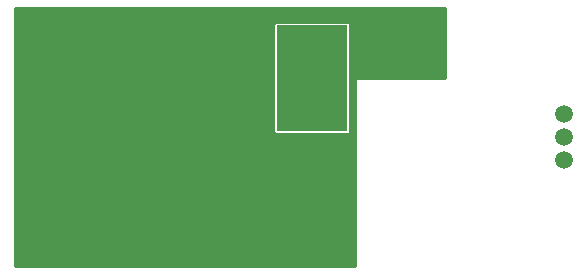
<source format=gtl>
G75*
%MOIN*%
%OFA0B0*%
%FSLAX24Y24*%
%IPPOS*%
%LPD*%
%AMOC8*
5,1,8,0,0,1.08239X$1,22.5*
%
%ADD10C,0.0591*%
%ADD11R,0.2362X0.3543*%
%ADD12C,0.0337*%
%ADD13C,0.7200*%
%ADD14C,0.0160*%
D10*
X018680Y003928D03*
X018680Y004680D03*
X018680Y005432D03*
D11*
X010255Y006649D03*
X010255Y002711D03*
D12*
X011042Y002448D03*
X011042Y001924D03*
X010885Y001452D03*
X010530Y001176D03*
X009979Y001176D03*
X009625Y001452D03*
X009467Y001924D03*
X009467Y002448D03*
X009467Y002975D03*
X009467Y003499D03*
X009625Y003971D03*
X009979Y004247D03*
X010530Y004247D03*
X010885Y003971D03*
X011042Y003499D03*
X011042Y002975D03*
X010530Y005113D03*
X010885Y005389D03*
X011042Y005861D03*
X011042Y006385D03*
X011042Y006912D03*
X011042Y007436D03*
X010885Y007908D03*
X010530Y008184D03*
X009979Y008184D03*
X009625Y007908D03*
X009467Y007436D03*
X009467Y006912D03*
X009467Y006385D03*
X009467Y005861D03*
X009625Y005389D03*
X009979Y005113D03*
D13*
X004680Y004680D03*
D14*
X000410Y008946D02*
X000410Y000410D01*
X011680Y000410D01*
X011680Y006680D01*
X014680Y006680D01*
X014680Y008946D01*
X000410Y008946D01*
X000410Y008898D02*
X014680Y008898D01*
X014680Y008739D02*
X000410Y008739D01*
X000410Y008581D02*
X014680Y008581D01*
X014680Y008422D02*
X011576Y008422D01*
X011576Y008478D02*
X011494Y008560D01*
X009016Y008560D01*
X008934Y008478D01*
X008934Y004819D01*
X009016Y004737D01*
X011494Y004737D01*
X011576Y004819D01*
X011576Y008478D01*
X011576Y008264D02*
X014680Y008264D01*
X014680Y008105D02*
X011576Y008105D01*
X011576Y007947D02*
X014680Y007947D01*
X014680Y007788D02*
X011576Y007788D01*
X011576Y007630D02*
X014680Y007630D01*
X014680Y007471D02*
X011576Y007471D01*
X011576Y007313D02*
X014680Y007313D01*
X014680Y007154D02*
X011576Y007154D01*
X011576Y006996D02*
X014680Y006996D01*
X014680Y006837D02*
X011576Y006837D01*
X011576Y006679D02*
X011680Y006679D01*
X011680Y006520D02*
X011576Y006520D01*
X011576Y006362D02*
X011680Y006362D01*
X011680Y006203D02*
X011576Y006203D01*
X011576Y006045D02*
X011680Y006045D01*
X011680Y005886D02*
X011576Y005886D01*
X011576Y005728D02*
X011680Y005728D01*
X011680Y005569D02*
X011576Y005569D01*
X011576Y005411D02*
X011680Y005411D01*
X011680Y005252D02*
X011576Y005252D01*
X011576Y005094D02*
X011680Y005094D01*
X011680Y004935D02*
X011576Y004935D01*
X011534Y004777D02*
X011680Y004777D01*
X011680Y004618D02*
X000410Y004618D01*
X000410Y004460D02*
X011680Y004460D01*
X011680Y004301D02*
X000410Y004301D01*
X000410Y004143D02*
X011680Y004143D01*
X011680Y003984D02*
X000410Y003984D01*
X000410Y003826D02*
X011680Y003826D01*
X011680Y003667D02*
X000410Y003667D01*
X000410Y003509D02*
X011680Y003509D01*
X011680Y003350D02*
X000410Y003350D01*
X000410Y003192D02*
X011680Y003192D01*
X011680Y003033D02*
X000410Y003033D01*
X000410Y002875D02*
X011680Y002875D01*
X011680Y002716D02*
X000410Y002716D01*
X000410Y002558D02*
X011680Y002558D01*
X011680Y002399D02*
X000410Y002399D01*
X000410Y002241D02*
X011680Y002241D01*
X011680Y002082D02*
X000410Y002082D01*
X000410Y001924D02*
X011680Y001924D01*
X011680Y001765D02*
X000410Y001765D01*
X000410Y001607D02*
X011680Y001607D01*
X011680Y001448D02*
X000410Y001448D01*
X000410Y001290D02*
X011680Y001290D01*
X011680Y001131D02*
X000410Y001131D01*
X000410Y000973D02*
X011680Y000973D01*
X011680Y000814D02*
X000410Y000814D01*
X000410Y000656D02*
X011680Y000656D01*
X011680Y000497D02*
X000410Y000497D01*
X000410Y004777D02*
X008976Y004777D01*
X008934Y004935D02*
X000410Y004935D01*
X000410Y005094D02*
X008934Y005094D01*
X008934Y005252D02*
X000410Y005252D01*
X000410Y005411D02*
X008934Y005411D01*
X008934Y005569D02*
X000410Y005569D01*
X000410Y005728D02*
X008934Y005728D01*
X008934Y005886D02*
X000410Y005886D01*
X000410Y006045D02*
X008934Y006045D01*
X008934Y006203D02*
X000410Y006203D01*
X000410Y006362D02*
X008934Y006362D01*
X008934Y006520D02*
X000410Y006520D01*
X000410Y006679D02*
X008934Y006679D01*
X008934Y006837D02*
X000410Y006837D01*
X000410Y006996D02*
X008934Y006996D01*
X008934Y007154D02*
X000410Y007154D01*
X000410Y007313D02*
X008934Y007313D01*
X008934Y007471D02*
X000410Y007471D01*
X000410Y007630D02*
X008934Y007630D01*
X008934Y007788D02*
X000410Y007788D01*
X000410Y007947D02*
X008934Y007947D01*
X008934Y008105D02*
X000410Y008105D01*
X000410Y008264D02*
X008934Y008264D01*
X008934Y008422D02*
X000410Y008422D01*
M02*

</source>
